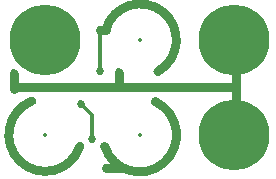
<source format=gbl>
%TF.GenerationSoftware,KiCad,Pcbnew,5.0.0-fee4fd1~66~ubuntu16.04.1*%
%TF.CreationDate,2018-09-24T21:54:23-07:00*%
%TF.ProjectId,2x3-LED-RGB-NeoPixel-SMT,3278332D4C45442D5247422D4E656F50,v1.1*%
%TF.SameCoordinates,Original*%
%TF.FileFunction,Copper,L2,Bot,Signal*%
%TF.FilePolarity,Positive*%
%FSLAX46Y46*%
G04 Gerber Fmt 4.6, Leading zero omitted, Abs format (unit mm)*
G04 Created by KiCad (PCBNEW 5.0.0-fee4fd1~66~ubuntu16.04.1) date Mon Sep 24 21:54:23 2018*
%MOMM*%
%LPD*%
G01*
G04 APERTURE LIST*
%ADD10C,0.800000*%
%ADD11C,0.300000*%
%ADD12C,0.685800*%
%ADD13C,6.000000*%
%ADD14C,0.330200*%
%ADD15C,0.350000*%
G04 APERTURE END LIST*
D10*
X32616000Y-31941000D02*
X32616000Y-30741000D01*
X42516000Y-35841000D02*
X42516000Y-27741000D01*
X25259543Y-33097890D02*
G75*
G03X29316000Y-36941000I1131457J-2868110D01*
G01*
X31516000Y-38741000D02*
X32916000Y-38741000D01*
X35936806Y-30577544D02*
G75*
G03X31516000Y-27041000I-1495806J2661544D01*
G01*
X23716000Y-32041000D02*
X23716000Y-30841000D01*
X42516000Y-31941000D02*
X23716000Y-31941000D01*
D11*
X30316000Y-34241000D02*
X29416000Y-33341000D01*
D10*
X31016000Y-27041000D02*
X31516000Y-27041000D01*
D11*
X31016000Y-30541000D02*
X31016000Y-27041000D01*
X30316000Y-34241000D02*
X30316000Y-36341000D01*
D10*
X31425882Y-36937761D02*
G75*
G03X35716000Y-33141000I2965118J971761D01*
G01*
D12*
X32616000Y-30641000D03*
X31516000Y-38741000D03*
D13*
X42416000Y-27941000D03*
X42416000Y-35941000D03*
D12*
X23716000Y-30741000D03*
X31016000Y-27041000D03*
X31016000Y-30541000D03*
X30316000Y-36341000D03*
X29416000Y-33341000D03*
D13*
X26416000Y-27941000D03*
D14*
X32616000Y-30641000D03*
X31516000Y-38741000D03*
D15*
X42416000Y-27941000D03*
X42416000Y-35941000D03*
D14*
X23716000Y-30741000D03*
X31016000Y-27041000D03*
X31016000Y-30541000D03*
X30316000Y-36341000D03*
X29416000Y-33341000D03*
D15*
X34416000Y-27941000D03*
X26416000Y-35941000D03*
X26416000Y-27941000D03*
X34416000Y-35941000D03*
M02*

</source>
